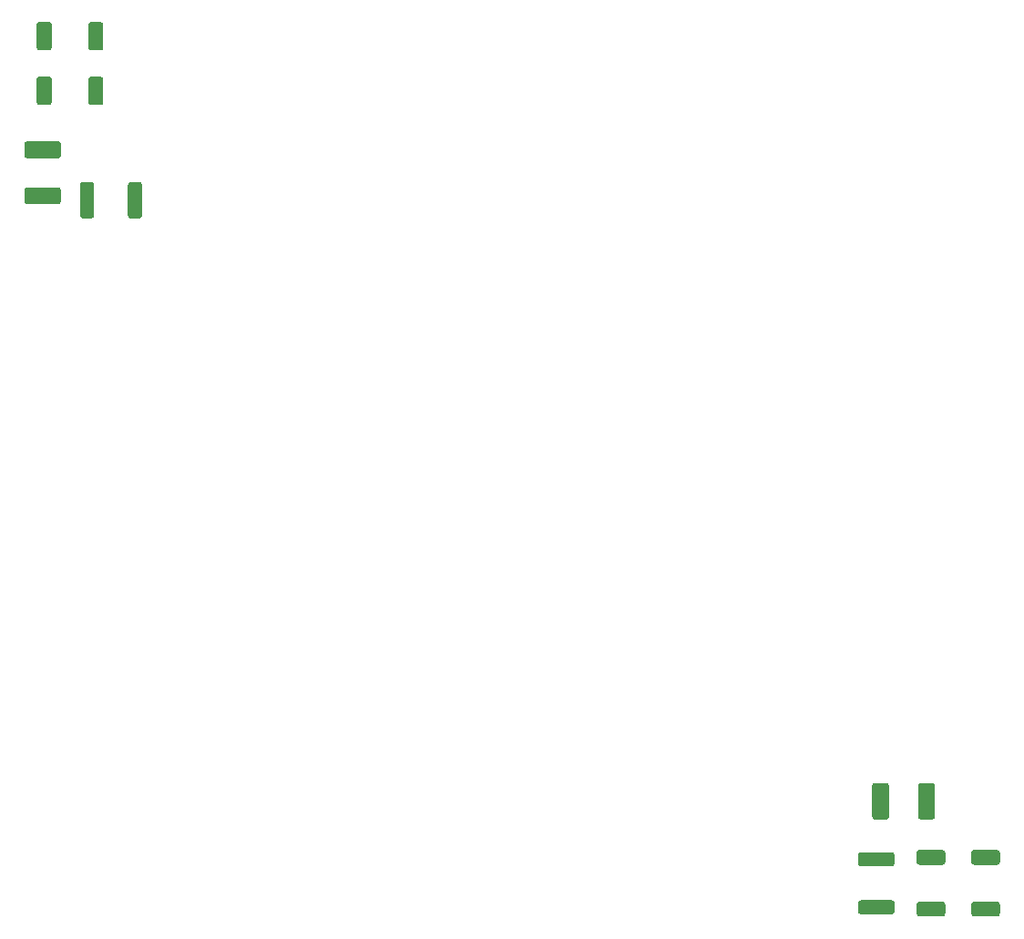
<source format=gbr>
%TF.GenerationSoftware,KiCad,Pcbnew,(5.1.12)-1*%
%TF.CreationDate,2021-11-29T17:29:34+10:30*%
%TF.ProjectId,SWR_02,5357525f-3032-42e6-9b69-6361645f7063,1*%
%TF.SameCoordinates,Original*%
%TF.FileFunction,Paste,Top*%
%TF.FilePolarity,Positive*%
%FSLAX46Y46*%
G04 Gerber Fmt 4.6, Leading zero omitted, Abs format (unit mm)*
G04 Created by KiCad (PCBNEW (5.1.12)-1) date 2021-11-29 17:29:34*
%MOMM*%
%LPD*%
G01*
G04 APERTURE LIST*
G04 APERTURE END LIST*
%TO.C,D2*%
G36*
G01*
X130630000Y-115875000D02*
X133530000Y-115875000D01*
G75*
G02*
X133780000Y-116125000I0J-250000D01*
G01*
X133780000Y-116925000D01*
G75*
G02*
X133530000Y-117175000I-250000J0D01*
G01*
X130630000Y-117175000D01*
G75*
G02*
X130380000Y-116925000I0J250000D01*
G01*
X130380000Y-116125000D01*
G75*
G02*
X130630000Y-115875000I250000J0D01*
G01*
G37*
G36*
G01*
X130630000Y-111425000D02*
X133530000Y-111425000D01*
G75*
G02*
X133780000Y-111675000I0J-250000D01*
G01*
X133780000Y-112475000D01*
G75*
G02*
X133530000Y-112725000I-250000J0D01*
G01*
X130630000Y-112725000D01*
G75*
G02*
X130380000Y-112475000I0J250000D01*
G01*
X130380000Y-111675000D01*
G75*
G02*
X130630000Y-111425000I250000J0D01*
G01*
G37*
%TD*%
%TO.C,D1*%
G36*
G01*
X62535000Y-52250000D02*
X62535000Y-49350000D01*
G75*
G02*
X62785000Y-49100000I250000J0D01*
G01*
X63585000Y-49100000D01*
G75*
G02*
X63835000Y-49350000I0J-250000D01*
G01*
X63835000Y-52250000D01*
G75*
G02*
X63585000Y-52500000I-250000J0D01*
G01*
X62785000Y-52500000D01*
G75*
G02*
X62535000Y-52250000I0J250000D01*
G01*
G37*
G36*
G01*
X58085000Y-52250000D02*
X58085000Y-49350000D01*
G75*
G02*
X58335000Y-49100000I250000J0D01*
G01*
X59135000Y-49100000D01*
G75*
G02*
X59385000Y-49350000I0J-250000D01*
G01*
X59385000Y-52250000D01*
G75*
G02*
X59135000Y-52500000I-250000J0D01*
G01*
X58335000Y-52500000D01*
G75*
G02*
X58085000Y-52250000I0J250000D01*
G01*
G37*
%TD*%
%TO.C,C1*%
G36*
G01*
X53159999Y-49610000D02*
X56060001Y-49610000D01*
G75*
G02*
X56310000Y-49859999I0J-249999D01*
G01*
X56310000Y-50935001D01*
G75*
G02*
X56060001Y-51185000I-249999J0D01*
G01*
X53159999Y-51185000D01*
G75*
G02*
X52910000Y-50935001I0J249999D01*
G01*
X52910000Y-49859999D01*
G75*
G02*
X53159999Y-49610000I249999J0D01*
G01*
G37*
G36*
G01*
X53159999Y-45335000D02*
X56060001Y-45335000D01*
G75*
G02*
X56310000Y-45584999I0J-249999D01*
G01*
X56310000Y-46660001D01*
G75*
G02*
X56060001Y-46910000I-249999J0D01*
G01*
X53159999Y-46910000D01*
G75*
G02*
X52910000Y-46660001I0J249999D01*
G01*
X52910000Y-45584999D01*
G75*
G02*
X53159999Y-45335000I249999J0D01*
G01*
G37*
%TD*%
%TO.C,C2*%
G36*
G01*
X135970000Y-108130001D02*
X135970000Y-105229999D01*
G75*
G02*
X136219999Y-104980000I249999J0D01*
G01*
X137295001Y-104980000D01*
G75*
G02*
X137545000Y-105229999I0J-249999D01*
G01*
X137545000Y-108130001D01*
G75*
G02*
X137295001Y-108380000I-249999J0D01*
G01*
X136219999Y-108380000D01*
G75*
G02*
X135970000Y-108130001I0J249999D01*
G01*
G37*
G36*
G01*
X131695000Y-108130001D02*
X131695000Y-105229999D01*
G75*
G02*
X131944999Y-104980000I249999J0D01*
G01*
X133020001Y-104980000D01*
G75*
G02*
X133270000Y-105229999I0J-249999D01*
G01*
X133270000Y-108130001D01*
G75*
G02*
X133020001Y-108380000I-249999J0D01*
G01*
X131944999Y-108380000D01*
G75*
G02*
X131695000Y-108130001I0J249999D01*
G01*
G37*
%TD*%
%TO.C,R1*%
G36*
G01*
X60250000Y-34484999D02*
X60250000Y-36635001D01*
G75*
G02*
X60000001Y-36885000I-249999J0D01*
G01*
X59099999Y-36885000D01*
G75*
G02*
X58850000Y-36635001I0J249999D01*
G01*
X58850000Y-34484999D01*
G75*
G02*
X59099999Y-34235000I249999J0D01*
G01*
X60000001Y-34235000D01*
G75*
G02*
X60250000Y-34484999I0J-249999D01*
G01*
G37*
G36*
G01*
X55450000Y-34484999D02*
X55450000Y-36635001D01*
G75*
G02*
X55200001Y-36885000I-249999J0D01*
G01*
X54299999Y-36885000D01*
G75*
G02*
X54050000Y-36635001I0J249999D01*
G01*
X54050000Y-34484999D01*
G75*
G02*
X54299999Y-34235000I249999J0D01*
G01*
X55200001Y-34235000D01*
G75*
G02*
X55450000Y-34484999I0J-249999D01*
G01*
G37*
%TD*%
%TO.C,R2*%
G36*
G01*
X55450000Y-39564999D02*
X55450000Y-41715001D01*
G75*
G02*
X55200001Y-41965000I-249999J0D01*
G01*
X54299999Y-41965000D01*
G75*
G02*
X54050000Y-41715001I0J249999D01*
G01*
X54050000Y-39564999D01*
G75*
G02*
X54299999Y-39315000I249999J0D01*
G01*
X55200001Y-39315000D01*
G75*
G02*
X55450000Y-39564999I0J-249999D01*
G01*
G37*
G36*
G01*
X60250000Y-39564999D02*
X60250000Y-41715001D01*
G75*
G02*
X60000001Y-41965000I-249999J0D01*
G01*
X59099999Y-41965000D01*
G75*
G02*
X58850000Y-41715001I0J249999D01*
G01*
X58850000Y-39564999D01*
G75*
G02*
X59099999Y-39315000I249999J0D01*
G01*
X60000001Y-39315000D01*
G75*
G02*
X60250000Y-39564999I0J-249999D01*
G01*
G37*
%TD*%
%TO.C,R3*%
G36*
G01*
X138235001Y-112600000D02*
X136084999Y-112600000D01*
G75*
G02*
X135835000Y-112350001I0J249999D01*
G01*
X135835000Y-111449999D01*
G75*
G02*
X136084999Y-111200000I249999J0D01*
G01*
X138235001Y-111200000D01*
G75*
G02*
X138485000Y-111449999I0J-249999D01*
G01*
X138485000Y-112350001D01*
G75*
G02*
X138235001Y-112600000I-249999J0D01*
G01*
G37*
G36*
G01*
X138235001Y-117400000D02*
X136084999Y-117400000D01*
G75*
G02*
X135835000Y-117150001I0J249999D01*
G01*
X135835000Y-116249999D01*
G75*
G02*
X136084999Y-116000000I249999J0D01*
G01*
X138235001Y-116000000D01*
G75*
G02*
X138485000Y-116249999I0J-249999D01*
G01*
X138485000Y-117150001D01*
G75*
G02*
X138235001Y-117400000I-249999J0D01*
G01*
G37*
%TD*%
%TO.C,R4*%
G36*
G01*
X143315001Y-117400000D02*
X141164999Y-117400000D01*
G75*
G02*
X140915000Y-117150001I0J249999D01*
G01*
X140915000Y-116249999D01*
G75*
G02*
X141164999Y-116000000I249999J0D01*
G01*
X143315001Y-116000000D01*
G75*
G02*
X143565000Y-116249999I0J-249999D01*
G01*
X143565000Y-117150001D01*
G75*
G02*
X143315001Y-117400000I-249999J0D01*
G01*
G37*
G36*
G01*
X143315001Y-112600000D02*
X141164999Y-112600000D01*
G75*
G02*
X140915000Y-112350001I0J249999D01*
G01*
X140915000Y-111449999D01*
G75*
G02*
X141164999Y-111200000I249999J0D01*
G01*
X143315001Y-111200000D01*
G75*
G02*
X143565000Y-111449999I0J-249999D01*
G01*
X143565000Y-112350001D01*
G75*
G02*
X143315001Y-112600000I-249999J0D01*
G01*
G37*
%TD*%
M02*

</source>
